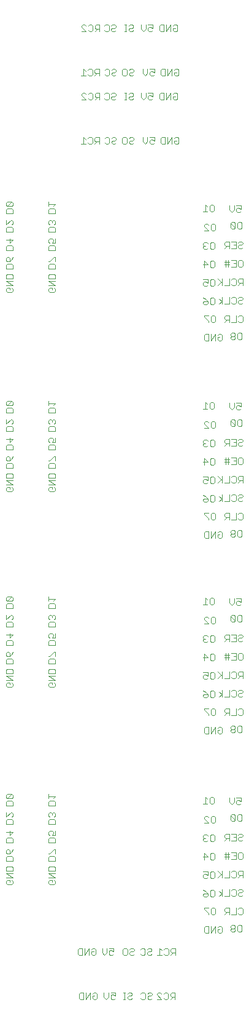
<source format=gbo>
G75*
%MOIN*%
%OFA0B0*%
%FSLAX24Y24*%
%IPPOS*%
%LPD*%
%AMOC8*
5,1,8,0,0,1.08239X$1,22.5*
%
%ADD10C,0.0030*%
D10*
X010827Y011519D02*
X010765Y011581D01*
X010765Y011704D01*
X010827Y011766D01*
X010950Y011766D01*
X010950Y011642D01*
X010827Y011519D02*
X011074Y011519D01*
X011135Y011581D01*
X011135Y011704D01*
X011074Y011766D01*
X011135Y011887D02*
X010765Y012134D01*
X011135Y012134D01*
X011135Y012256D02*
X011135Y012441D01*
X011074Y012502D01*
X010827Y012502D01*
X010765Y012441D01*
X010765Y012256D01*
X011135Y012256D01*
X011135Y011887D02*
X010765Y011887D01*
X010765Y012803D02*
X010765Y012988D01*
X010827Y013050D01*
X011074Y013050D01*
X011135Y012988D01*
X011135Y012803D01*
X010765Y012803D01*
X010827Y013171D02*
X010765Y013233D01*
X010765Y013357D01*
X010827Y013418D01*
X010889Y013418D01*
X010950Y013357D01*
X010950Y013171D01*
X010827Y013171D01*
X010950Y013171D02*
X011074Y013295D01*
X011135Y013418D01*
X011135Y013803D02*
X011135Y013988D01*
X011074Y014050D01*
X010827Y014050D01*
X010765Y013988D01*
X010765Y013803D01*
X011135Y013803D01*
X010950Y014171D02*
X010950Y014418D01*
X010765Y014357D02*
X011135Y014357D01*
X010950Y014171D01*
X010765Y014803D02*
X010765Y014988D01*
X010827Y015050D01*
X011074Y015050D01*
X011135Y014988D01*
X011135Y014803D01*
X010765Y014803D01*
X010765Y015171D02*
X011012Y015418D01*
X011074Y015418D01*
X011135Y015357D01*
X011135Y015233D01*
X011074Y015171D01*
X010765Y015171D02*
X010765Y015418D01*
X010765Y015803D02*
X010765Y015988D01*
X010827Y016050D01*
X011074Y016050D01*
X011135Y015988D01*
X011135Y015803D01*
X010765Y015803D01*
X010827Y016171D02*
X011074Y016418D01*
X010827Y016418D01*
X010765Y016357D01*
X010765Y016233D01*
X010827Y016171D01*
X011074Y016171D01*
X011135Y016233D01*
X011135Y016357D01*
X011074Y016418D01*
X013065Y016418D02*
X013065Y016171D01*
X013065Y016295D02*
X013435Y016295D01*
X013312Y016171D01*
X013374Y016050D02*
X013127Y016050D01*
X013065Y015988D01*
X013065Y015803D01*
X013435Y015803D01*
X013435Y015988D01*
X013374Y016050D01*
X013374Y015418D02*
X013312Y015418D01*
X013250Y015357D01*
X013189Y015418D01*
X013127Y015418D01*
X013065Y015357D01*
X013065Y015233D01*
X013127Y015171D01*
X013127Y015050D02*
X013374Y015050D01*
X013435Y014988D01*
X013435Y014803D01*
X013065Y014803D01*
X013065Y014988D01*
X013127Y015050D01*
X013250Y015295D02*
X013250Y015357D01*
X013374Y015418D02*
X013435Y015357D01*
X013435Y015233D01*
X013374Y015171D01*
X013435Y014418D02*
X013435Y014171D01*
X013250Y014171D01*
X013312Y014295D01*
X013312Y014357D01*
X013250Y014418D01*
X013127Y014418D01*
X013065Y014357D01*
X013065Y014233D01*
X013127Y014171D01*
X013127Y014050D02*
X013374Y014050D01*
X013435Y013988D01*
X013435Y013803D01*
X013065Y013803D01*
X013065Y013988D01*
X013127Y014050D01*
X013374Y013418D02*
X013127Y013171D01*
X013065Y013171D01*
X013127Y013050D02*
X013374Y013050D01*
X013435Y012988D01*
X013435Y012803D01*
X013065Y012803D01*
X013065Y012988D01*
X013127Y013050D01*
X013435Y013171D02*
X013435Y013418D01*
X013374Y013418D01*
X013374Y012502D02*
X013127Y012502D01*
X013065Y012441D01*
X013065Y012256D01*
X013435Y012256D01*
X013435Y012441D01*
X013374Y012502D01*
X013435Y012134D02*
X013065Y012134D01*
X013435Y011887D01*
X013065Y011887D01*
X013127Y011766D02*
X013250Y011766D01*
X013250Y011642D01*
X013127Y011519D02*
X013065Y011581D01*
X013065Y011704D01*
X013127Y011766D01*
X013374Y011766D02*
X013435Y011704D01*
X013435Y011581D01*
X013374Y011519D01*
X013127Y011519D01*
X014713Y008062D02*
X014898Y008062D01*
X014898Y007691D01*
X014713Y007691D01*
X014652Y007753D01*
X014652Y008000D01*
X014713Y008062D01*
X015020Y008062D02*
X015020Y007691D01*
X015267Y008062D01*
X015267Y007691D01*
X015388Y007753D02*
X015388Y007877D01*
X015512Y007877D01*
X015635Y008000D02*
X015635Y007753D01*
X015573Y007691D01*
X015450Y007691D01*
X015388Y007753D01*
X015388Y008000D02*
X015450Y008062D01*
X015573Y008062D01*
X015635Y008000D01*
X015980Y008062D02*
X015980Y007815D01*
X016103Y007691D01*
X016227Y007815D01*
X016227Y008062D01*
X016348Y008062D02*
X016595Y008062D01*
X016595Y007877D01*
X016472Y007938D01*
X016410Y007938D01*
X016348Y007877D01*
X016348Y007753D01*
X016410Y007691D01*
X016533Y007691D01*
X016595Y007753D01*
X017100Y007753D02*
X017100Y008000D01*
X017162Y008062D01*
X017285Y008062D01*
X017347Y008000D01*
X017347Y007753D01*
X017285Y007691D01*
X017162Y007691D01*
X017100Y007753D01*
X017468Y007753D02*
X017530Y007691D01*
X017653Y007691D01*
X017715Y007753D01*
X017653Y007877D02*
X017530Y007877D01*
X017468Y007815D01*
X017468Y007753D01*
X017653Y007877D02*
X017715Y007938D01*
X017715Y008000D01*
X017653Y008062D01*
X017530Y008062D01*
X017468Y008000D01*
X018060Y008000D02*
X018122Y008062D01*
X018245Y008062D01*
X018307Y008000D01*
X018307Y007753D01*
X018245Y007691D01*
X018122Y007691D01*
X018060Y007753D01*
X018428Y007753D02*
X018490Y007691D01*
X018613Y007691D01*
X018675Y007753D01*
X018613Y007877D02*
X018490Y007877D01*
X018428Y007815D01*
X018428Y007753D01*
X018613Y007877D02*
X018675Y007938D01*
X018675Y008000D01*
X018613Y008062D01*
X018490Y008062D01*
X018428Y008000D01*
X018972Y007691D02*
X019218Y007691D01*
X019095Y007691D02*
X019095Y008062D01*
X019218Y007938D01*
X019340Y008000D02*
X019402Y008062D01*
X019525Y008062D01*
X019587Y008000D01*
X019587Y007753D01*
X019525Y007691D01*
X019402Y007691D01*
X019340Y007753D01*
X019708Y007691D02*
X019832Y007815D01*
X019770Y007815D02*
X019955Y007815D01*
X019955Y007691D02*
X019955Y008062D01*
X019770Y008062D01*
X019708Y008000D01*
X019708Y007877D01*
X019770Y007815D01*
X019755Y005662D02*
X019693Y005600D01*
X019693Y005477D01*
X019755Y005415D01*
X019940Y005415D01*
X019817Y005415D02*
X019693Y005291D01*
X019572Y005353D02*
X019510Y005291D01*
X019387Y005291D01*
X019325Y005353D01*
X019203Y005291D02*
X018957Y005538D01*
X018957Y005600D01*
X019018Y005662D01*
X019142Y005662D01*
X019203Y005600D01*
X019325Y005600D02*
X019387Y005662D01*
X019510Y005662D01*
X019572Y005600D01*
X019572Y005353D01*
X019755Y005662D02*
X019940Y005662D01*
X019940Y005291D01*
X019203Y005291D02*
X018957Y005291D01*
X018692Y005353D02*
X018630Y005291D01*
X018507Y005291D01*
X018445Y005353D01*
X018445Y005415D01*
X018507Y005477D01*
X018630Y005477D01*
X018692Y005538D01*
X018692Y005600D01*
X018630Y005662D01*
X018507Y005662D01*
X018445Y005600D01*
X018323Y005600D02*
X018323Y005353D01*
X018262Y005291D01*
X018138Y005291D01*
X018077Y005353D01*
X018077Y005600D02*
X018138Y005662D01*
X018262Y005662D01*
X018323Y005600D01*
X017609Y005600D02*
X017609Y005538D01*
X017547Y005477D01*
X017424Y005477D01*
X017362Y005415D01*
X017362Y005353D01*
X017424Y005291D01*
X017547Y005291D01*
X017609Y005353D01*
X017609Y005600D02*
X017547Y005662D01*
X017424Y005662D01*
X017362Y005600D01*
X017241Y005662D02*
X017117Y005662D01*
X017179Y005662D02*
X017179Y005291D01*
X017241Y005291D02*
X017117Y005291D01*
X016692Y005353D02*
X016630Y005291D01*
X016507Y005291D01*
X016445Y005353D01*
X016445Y005477D01*
X016507Y005538D01*
X016568Y005538D01*
X016692Y005477D01*
X016692Y005662D01*
X016445Y005662D01*
X016323Y005662D02*
X016323Y005415D01*
X016200Y005291D01*
X016077Y005415D01*
X016077Y005662D01*
X015700Y005600D02*
X015700Y005353D01*
X015638Y005291D01*
X015515Y005291D01*
X015453Y005353D01*
X015453Y005477D01*
X015577Y005477D01*
X015700Y005600D02*
X015638Y005662D01*
X015515Y005662D01*
X015453Y005600D01*
X015332Y005662D02*
X015085Y005291D01*
X015085Y005662D01*
X014963Y005662D02*
X014778Y005662D01*
X014717Y005600D01*
X014717Y005353D01*
X014778Y005291D01*
X014963Y005291D01*
X014963Y005662D01*
X015332Y005662D02*
X015332Y005291D01*
X021517Y008953D02*
X021517Y009200D01*
X021578Y009262D01*
X021763Y009262D01*
X021763Y008891D01*
X021578Y008891D01*
X021517Y008953D01*
X021885Y008891D02*
X021885Y009262D01*
X022132Y009262D02*
X021885Y008891D01*
X022132Y008891D02*
X022132Y009262D01*
X022253Y009200D02*
X022315Y009262D01*
X022438Y009262D01*
X022500Y009200D01*
X022500Y008953D01*
X022438Y008891D01*
X022315Y008891D01*
X022253Y008953D01*
X022253Y009077D01*
X022377Y009077D01*
X022960Y009075D02*
X022960Y009013D01*
X023022Y008951D01*
X023145Y008951D01*
X023207Y009013D01*
X023207Y009075D01*
X023145Y009137D01*
X023022Y009137D01*
X022960Y009075D01*
X023022Y009137D02*
X022960Y009198D01*
X022960Y009260D01*
X023022Y009322D01*
X023145Y009322D01*
X023207Y009260D01*
X023207Y009198D01*
X023145Y009137D01*
X023328Y009260D02*
X023390Y009322D01*
X023513Y009322D01*
X023575Y009260D01*
X023575Y009013D01*
X023513Y008951D01*
X023390Y008951D01*
X023328Y009013D01*
X023328Y009260D01*
X023247Y009891D02*
X023000Y009891D01*
X022878Y009891D02*
X022878Y010262D01*
X022693Y010262D01*
X022632Y010200D01*
X022632Y010077D01*
X022693Y010015D01*
X022878Y010015D01*
X022755Y010015D02*
X022632Y009891D01*
X023247Y009891D02*
X023247Y010262D01*
X023368Y010200D02*
X023430Y010262D01*
X023553Y010262D01*
X023615Y010200D01*
X023615Y009953D01*
X023553Y009891D01*
X023430Y009891D01*
X023368Y009953D01*
X023430Y010891D02*
X023368Y010953D01*
X023368Y011015D01*
X023430Y011077D01*
X023553Y011077D01*
X023615Y011138D01*
X023615Y011200D01*
X023553Y011262D01*
X023430Y011262D01*
X023368Y011200D01*
X023247Y011200D02*
X023247Y010953D01*
X023185Y010891D01*
X023062Y010891D01*
X023000Y010953D01*
X022878Y010891D02*
X022632Y010891D01*
X022510Y010891D02*
X022510Y011262D01*
X022325Y011138D02*
X022510Y011015D01*
X022325Y010891D01*
X022092Y010913D02*
X022030Y010851D01*
X021907Y010851D01*
X021845Y010913D01*
X021845Y011160D01*
X021907Y011222D01*
X022030Y011222D01*
X022092Y011160D01*
X022092Y010913D01*
X021723Y010913D02*
X021662Y010851D01*
X021538Y010851D01*
X021477Y010913D01*
X021477Y010975D01*
X021538Y011037D01*
X021723Y011037D01*
X021723Y010913D01*
X021723Y011037D02*
X021600Y011160D01*
X021477Y011222D01*
X021538Y011851D02*
X021662Y011851D01*
X021723Y011913D01*
X021845Y011913D02*
X021845Y012160D01*
X021907Y012222D01*
X022030Y012222D01*
X022092Y012160D01*
X022092Y011913D01*
X022030Y011851D01*
X021907Y011851D01*
X021845Y011913D01*
X021723Y012037D02*
X021600Y012098D01*
X021538Y012098D01*
X021477Y012037D01*
X021477Y011913D01*
X021538Y011851D01*
X021723Y012037D02*
X021723Y012222D01*
X021477Y012222D01*
X021538Y012851D02*
X021538Y013222D01*
X021723Y013037D01*
X021477Y013037D01*
X021845Y013160D02*
X021907Y013222D01*
X022030Y013222D01*
X022092Y013160D01*
X022092Y012913D01*
X022030Y012851D01*
X021907Y012851D01*
X021845Y012913D01*
X021845Y013160D01*
X021907Y013851D02*
X021845Y013913D01*
X021845Y014160D01*
X021907Y014222D01*
X022030Y014222D01*
X022092Y014160D01*
X022092Y013913D01*
X022030Y013851D01*
X021907Y013851D01*
X021723Y013913D02*
X021662Y013851D01*
X021538Y013851D01*
X021477Y013913D01*
X021477Y013975D01*
X021538Y014037D01*
X021600Y014037D01*
X021538Y014037D02*
X021477Y014098D01*
X021477Y014160D01*
X021538Y014222D01*
X021662Y014222D01*
X021723Y014160D01*
X021763Y014851D02*
X021517Y015098D01*
X021517Y015160D01*
X021578Y015222D01*
X021702Y015222D01*
X021763Y015160D01*
X021885Y015160D02*
X021947Y015222D01*
X022070Y015222D01*
X022132Y015160D01*
X022132Y014913D01*
X022070Y014851D01*
X021947Y014851D01*
X021885Y014913D01*
X021885Y015160D01*
X021763Y014851D02*
X021517Y014851D01*
X021457Y015891D02*
X021703Y015891D01*
X021580Y015891D02*
X021580Y016262D01*
X021703Y016138D01*
X021825Y016200D02*
X021887Y016262D01*
X022010Y016262D01*
X022072Y016200D01*
X022072Y015953D01*
X022010Y015891D01*
X021887Y015891D01*
X021825Y015953D01*
X021825Y016200D01*
X022900Y016222D02*
X022900Y015975D01*
X023023Y015851D01*
X023147Y015975D01*
X023147Y016222D01*
X023268Y016222D02*
X023515Y016222D01*
X023515Y016037D01*
X023392Y016098D01*
X023330Y016098D01*
X023268Y016037D01*
X023268Y015913D01*
X023330Y015851D01*
X023453Y015851D01*
X023515Y015913D01*
X023513Y015322D02*
X023390Y015322D01*
X023328Y015260D01*
X023328Y015013D01*
X023390Y014951D01*
X023513Y014951D01*
X023575Y015013D01*
X023575Y015260D01*
X023513Y015322D01*
X023207Y015260D02*
X023207Y015013D01*
X022960Y015260D01*
X022960Y015013D01*
X023022Y014951D01*
X023145Y014951D01*
X023207Y015013D01*
X023207Y015260D02*
X023145Y015322D01*
X023022Y015322D01*
X022960Y015260D01*
X023000Y014262D02*
X023247Y014262D01*
X023247Y013891D01*
X023000Y013891D01*
X022878Y013891D02*
X022878Y014262D01*
X022693Y014262D01*
X022632Y014200D01*
X022632Y014077D01*
X022693Y014015D01*
X022878Y014015D01*
X022755Y014015D02*
X022632Y013891D01*
X023123Y014077D02*
X023247Y014077D01*
X023368Y014015D02*
X023368Y013953D01*
X023430Y013891D01*
X023553Y013891D01*
X023615Y013953D01*
X023553Y014077D02*
X023430Y014077D01*
X023368Y014015D01*
X023368Y014200D02*
X023430Y014262D01*
X023553Y014262D01*
X023615Y014200D01*
X023615Y014138D01*
X023553Y014077D01*
X023553Y013262D02*
X023615Y013200D01*
X023615Y012953D01*
X023553Y012891D01*
X023430Y012891D01*
X023368Y012953D01*
X023368Y013200D01*
X023430Y013262D01*
X023553Y013262D01*
X023247Y013262D02*
X023247Y012891D01*
X023000Y012891D01*
X022878Y013015D02*
X022632Y013015D01*
X022632Y013138D02*
X022693Y013138D01*
X022878Y013138D01*
X022817Y013262D02*
X022817Y012891D01*
X022693Y012891D02*
X022693Y013262D01*
X023000Y013262D02*
X023247Y013262D01*
X023247Y013077D02*
X023123Y013077D01*
X023062Y012262D02*
X023000Y012200D01*
X023062Y012262D02*
X023185Y012262D01*
X023247Y012200D01*
X023247Y011953D01*
X023185Y011891D01*
X023062Y011891D01*
X023000Y011953D01*
X022878Y011891D02*
X022632Y011891D01*
X022510Y011891D02*
X022510Y012262D01*
X022448Y012077D02*
X022263Y011891D01*
X022510Y012015D02*
X022263Y012262D01*
X022878Y012262D02*
X022878Y011891D01*
X023368Y011891D02*
X023492Y012015D01*
X023430Y012015D02*
X023615Y012015D01*
X023615Y011891D02*
X023615Y012262D01*
X023430Y012262D01*
X023368Y012200D01*
X023368Y012077D01*
X023430Y012015D01*
X023185Y011262D02*
X023247Y011200D01*
X023185Y011262D02*
X023062Y011262D01*
X023000Y011200D01*
X022878Y011262D02*
X022878Y010891D01*
X023430Y010891D02*
X023553Y010891D01*
X023615Y010953D01*
X022132Y010200D02*
X022132Y009953D01*
X022070Y009891D01*
X021947Y009891D01*
X021885Y009953D01*
X021885Y010200D01*
X021947Y010262D01*
X022070Y010262D01*
X022132Y010200D01*
X021763Y010262D02*
X021517Y010262D01*
X021517Y010200D01*
X021763Y009953D01*
X021763Y009891D01*
X021763Y019691D02*
X021578Y019691D01*
X021517Y019753D01*
X021517Y020000D01*
X021578Y020062D01*
X021763Y020062D01*
X021763Y019691D01*
X021885Y019691D02*
X021885Y020062D01*
X022132Y020062D02*
X021885Y019691D01*
X022132Y019691D02*
X022132Y020062D01*
X022253Y020000D02*
X022315Y020062D01*
X022438Y020062D01*
X022500Y020000D01*
X022500Y019753D01*
X022438Y019691D01*
X022315Y019691D01*
X022253Y019753D01*
X022253Y019877D01*
X022377Y019877D01*
X022960Y019875D02*
X022960Y019813D01*
X023022Y019751D01*
X023145Y019751D01*
X023207Y019813D01*
X023207Y019875D01*
X023145Y019937D01*
X023022Y019937D01*
X022960Y019875D01*
X023022Y019937D02*
X022960Y019998D01*
X022960Y020060D01*
X023022Y020122D01*
X023145Y020122D01*
X023207Y020060D01*
X023207Y019998D01*
X023145Y019937D01*
X023328Y020060D02*
X023390Y020122D01*
X023513Y020122D01*
X023575Y020060D01*
X023575Y019813D01*
X023513Y019751D01*
X023390Y019751D01*
X023328Y019813D01*
X023328Y020060D01*
X023247Y020691D02*
X023000Y020691D01*
X022878Y020691D02*
X022878Y021062D01*
X022693Y021062D01*
X022632Y021000D01*
X022632Y020877D01*
X022693Y020815D01*
X022878Y020815D01*
X022755Y020815D02*
X022632Y020691D01*
X023247Y020691D02*
X023247Y021062D01*
X023368Y021000D02*
X023430Y021062D01*
X023553Y021062D01*
X023615Y021000D01*
X023615Y020753D01*
X023553Y020691D01*
X023430Y020691D01*
X023368Y020753D01*
X023430Y021691D02*
X023368Y021753D01*
X023368Y021815D01*
X023430Y021877D01*
X023553Y021877D01*
X023615Y021938D01*
X023615Y022000D01*
X023553Y022062D01*
X023430Y022062D01*
X023368Y022000D01*
X023247Y022000D02*
X023247Y021753D01*
X023185Y021691D01*
X023062Y021691D01*
X023000Y021753D01*
X022878Y021691D02*
X022632Y021691D01*
X022510Y021691D02*
X022510Y022062D01*
X022325Y021938D02*
X022510Y021815D01*
X022325Y021691D01*
X022092Y021713D02*
X022030Y021651D01*
X021907Y021651D01*
X021845Y021713D01*
X021845Y021960D01*
X021907Y022022D01*
X022030Y022022D01*
X022092Y021960D01*
X022092Y021713D01*
X021723Y021713D02*
X021662Y021651D01*
X021538Y021651D01*
X021477Y021713D01*
X021477Y021775D01*
X021538Y021837D01*
X021723Y021837D01*
X021723Y021713D01*
X021723Y021837D02*
X021600Y021960D01*
X021477Y022022D01*
X021538Y022651D02*
X021662Y022651D01*
X021723Y022713D01*
X021845Y022713D02*
X021845Y022960D01*
X021907Y023022D01*
X022030Y023022D01*
X022092Y022960D01*
X022092Y022713D01*
X022030Y022651D01*
X021907Y022651D01*
X021845Y022713D01*
X021723Y022837D02*
X021600Y022898D01*
X021538Y022898D01*
X021477Y022837D01*
X021477Y022713D01*
X021538Y022651D01*
X021723Y022837D02*
X021723Y023022D01*
X021477Y023022D01*
X021538Y023651D02*
X021538Y024022D01*
X021723Y023837D01*
X021477Y023837D01*
X021845Y023960D02*
X021907Y024022D01*
X022030Y024022D01*
X022092Y023960D01*
X022092Y023713D01*
X022030Y023651D01*
X021907Y023651D01*
X021845Y023713D01*
X021845Y023960D01*
X021907Y024651D02*
X021845Y024713D01*
X021845Y024960D01*
X021907Y025022D01*
X022030Y025022D01*
X022092Y024960D01*
X022092Y024713D01*
X022030Y024651D01*
X021907Y024651D01*
X021723Y024713D02*
X021662Y024651D01*
X021538Y024651D01*
X021477Y024713D01*
X021477Y024775D01*
X021538Y024837D01*
X021600Y024837D01*
X021538Y024837D02*
X021477Y024898D01*
X021477Y024960D01*
X021538Y025022D01*
X021662Y025022D01*
X021723Y024960D01*
X021763Y025651D02*
X021517Y025898D01*
X021517Y025960D01*
X021578Y026022D01*
X021702Y026022D01*
X021763Y025960D01*
X021885Y025960D02*
X021885Y025713D01*
X021947Y025651D01*
X022070Y025651D01*
X022132Y025713D01*
X022132Y025960D01*
X022070Y026022D01*
X021947Y026022D01*
X021885Y025960D01*
X021763Y025651D02*
X021517Y025651D01*
X021457Y026691D02*
X021703Y026691D01*
X021580Y026691D02*
X021580Y027062D01*
X021703Y026938D01*
X021825Y027000D02*
X021887Y027062D01*
X022010Y027062D01*
X022072Y027000D01*
X022072Y026753D01*
X022010Y026691D01*
X021887Y026691D01*
X021825Y026753D01*
X021825Y027000D01*
X022900Y027022D02*
X022900Y026775D01*
X023023Y026651D01*
X023147Y026775D01*
X023147Y027022D01*
X023268Y027022D02*
X023515Y027022D01*
X023515Y026837D01*
X023392Y026898D01*
X023330Y026898D01*
X023268Y026837D01*
X023268Y026713D01*
X023330Y026651D01*
X023453Y026651D01*
X023515Y026713D01*
X023513Y026122D02*
X023390Y026122D01*
X023328Y026060D01*
X023328Y025813D01*
X023390Y025751D01*
X023513Y025751D01*
X023575Y025813D01*
X023575Y026060D01*
X023513Y026122D01*
X023207Y026060D02*
X023207Y025813D01*
X022960Y026060D01*
X022960Y025813D01*
X023022Y025751D01*
X023145Y025751D01*
X023207Y025813D01*
X023207Y026060D02*
X023145Y026122D01*
X023022Y026122D01*
X022960Y026060D01*
X023000Y025062D02*
X023247Y025062D01*
X023247Y024691D01*
X023000Y024691D01*
X022878Y024691D02*
X022878Y025062D01*
X022693Y025062D01*
X022632Y025000D01*
X022632Y024877D01*
X022693Y024815D01*
X022878Y024815D01*
X022755Y024815D02*
X022632Y024691D01*
X023123Y024877D02*
X023247Y024877D01*
X023368Y024815D02*
X023368Y024753D01*
X023430Y024691D01*
X023553Y024691D01*
X023615Y024753D01*
X023553Y024877D02*
X023430Y024877D01*
X023368Y024815D01*
X023368Y025000D02*
X023430Y025062D01*
X023553Y025062D01*
X023615Y025000D01*
X023615Y024938D01*
X023553Y024877D01*
X023553Y024062D02*
X023615Y024000D01*
X023615Y023753D01*
X023553Y023691D01*
X023430Y023691D01*
X023368Y023753D01*
X023368Y024000D01*
X023430Y024062D01*
X023553Y024062D01*
X023247Y024062D02*
X023247Y023691D01*
X023000Y023691D01*
X022878Y023815D02*
X022632Y023815D01*
X022632Y023938D02*
X022693Y023938D01*
X022878Y023938D01*
X022817Y024062D02*
X022817Y023691D01*
X022693Y023691D02*
X022693Y024062D01*
X023000Y024062D02*
X023247Y024062D01*
X023247Y023877D02*
X023123Y023877D01*
X023062Y023062D02*
X023000Y023000D01*
X023062Y023062D02*
X023185Y023062D01*
X023247Y023000D01*
X023247Y022753D01*
X023185Y022691D01*
X023062Y022691D01*
X023000Y022753D01*
X022878Y022691D02*
X022632Y022691D01*
X022510Y022691D02*
X022510Y023062D01*
X022448Y022877D02*
X022263Y022691D01*
X022510Y022815D02*
X022263Y023062D01*
X022878Y023062D02*
X022878Y022691D01*
X023368Y022691D02*
X023492Y022815D01*
X023430Y022815D02*
X023615Y022815D01*
X023615Y022691D02*
X023615Y023062D01*
X023430Y023062D01*
X023368Y023000D01*
X023368Y022877D01*
X023430Y022815D01*
X023185Y022062D02*
X023247Y022000D01*
X023185Y022062D02*
X023062Y022062D01*
X023000Y022000D01*
X022878Y022062D02*
X022878Y021691D01*
X023430Y021691D02*
X023553Y021691D01*
X023615Y021753D01*
X022132Y021000D02*
X022132Y020753D01*
X022070Y020691D01*
X021947Y020691D01*
X021885Y020753D01*
X021885Y021000D01*
X021947Y021062D01*
X022070Y021062D01*
X022132Y021000D01*
X021763Y021062D02*
X021517Y021062D01*
X021517Y021000D01*
X021763Y020753D01*
X021763Y020691D01*
X021763Y030291D02*
X021578Y030291D01*
X021517Y030353D01*
X021517Y030600D01*
X021578Y030662D01*
X021763Y030662D01*
X021763Y030291D01*
X021885Y030291D02*
X021885Y030662D01*
X022132Y030662D02*
X021885Y030291D01*
X022132Y030291D02*
X022132Y030662D01*
X022253Y030600D02*
X022315Y030662D01*
X022438Y030662D01*
X022500Y030600D01*
X022500Y030353D01*
X022438Y030291D01*
X022315Y030291D01*
X022253Y030353D01*
X022253Y030477D01*
X022377Y030477D01*
X022960Y030475D02*
X022960Y030413D01*
X023022Y030351D01*
X023145Y030351D01*
X023207Y030413D01*
X023207Y030475D01*
X023145Y030537D01*
X023022Y030537D01*
X022960Y030475D01*
X023022Y030537D02*
X022960Y030598D01*
X022960Y030660D01*
X023022Y030722D01*
X023145Y030722D01*
X023207Y030660D01*
X023207Y030598D01*
X023145Y030537D01*
X023328Y030660D02*
X023390Y030722D01*
X023513Y030722D01*
X023575Y030660D01*
X023575Y030413D01*
X023513Y030351D01*
X023390Y030351D01*
X023328Y030413D01*
X023328Y030660D01*
X023247Y031291D02*
X023000Y031291D01*
X022878Y031291D02*
X022878Y031662D01*
X022693Y031662D01*
X022632Y031600D01*
X022632Y031477D01*
X022693Y031415D01*
X022878Y031415D01*
X022755Y031415D02*
X022632Y031291D01*
X023247Y031291D02*
X023247Y031662D01*
X023368Y031600D02*
X023430Y031662D01*
X023553Y031662D01*
X023615Y031600D01*
X023615Y031353D01*
X023553Y031291D01*
X023430Y031291D01*
X023368Y031353D01*
X023430Y032291D02*
X023368Y032353D01*
X023368Y032415D01*
X023430Y032477D01*
X023553Y032477D01*
X023615Y032538D01*
X023615Y032600D01*
X023553Y032662D01*
X023430Y032662D01*
X023368Y032600D01*
X023247Y032600D02*
X023247Y032353D01*
X023185Y032291D01*
X023062Y032291D01*
X023000Y032353D01*
X022878Y032291D02*
X022632Y032291D01*
X022510Y032291D02*
X022510Y032662D01*
X022325Y032538D02*
X022510Y032415D01*
X022325Y032291D01*
X022092Y032313D02*
X022030Y032251D01*
X021907Y032251D01*
X021845Y032313D01*
X021845Y032560D01*
X021907Y032622D01*
X022030Y032622D01*
X022092Y032560D01*
X022092Y032313D01*
X021723Y032313D02*
X021662Y032251D01*
X021538Y032251D01*
X021477Y032313D01*
X021477Y032375D01*
X021538Y032437D01*
X021723Y032437D01*
X021723Y032313D01*
X021723Y032437D02*
X021600Y032560D01*
X021477Y032622D01*
X021538Y033251D02*
X021662Y033251D01*
X021723Y033313D01*
X021845Y033313D02*
X021845Y033560D01*
X021907Y033622D01*
X022030Y033622D01*
X022092Y033560D01*
X022092Y033313D01*
X022030Y033251D01*
X021907Y033251D01*
X021845Y033313D01*
X021723Y033437D02*
X021723Y033622D01*
X021477Y033622D01*
X021538Y033498D02*
X021477Y033437D01*
X021477Y033313D01*
X021538Y033251D01*
X021538Y033498D02*
X021600Y033498D01*
X021723Y033437D01*
X022263Y033291D02*
X022448Y033477D01*
X022510Y033415D02*
X022263Y033662D01*
X022510Y033662D02*
X022510Y033291D01*
X022632Y033291D02*
X022878Y033291D01*
X022878Y033662D01*
X023000Y033600D02*
X023062Y033662D01*
X023185Y033662D01*
X023247Y033600D01*
X023247Y033353D01*
X023185Y033291D01*
X023062Y033291D01*
X023000Y033353D01*
X023368Y033291D02*
X023492Y033415D01*
X023430Y033415D02*
X023615Y033415D01*
X023615Y033291D02*
X023615Y033662D01*
X023430Y033662D01*
X023368Y033600D01*
X023368Y033477D01*
X023430Y033415D01*
X023185Y032662D02*
X023247Y032600D01*
X023185Y032662D02*
X023062Y032662D01*
X023000Y032600D01*
X022878Y032662D02*
X022878Y032291D01*
X023430Y032291D02*
X023553Y032291D01*
X023615Y032353D01*
X023553Y034291D02*
X023430Y034291D01*
X023368Y034353D01*
X023368Y034600D01*
X023430Y034662D01*
X023553Y034662D01*
X023615Y034600D01*
X023615Y034353D01*
X023553Y034291D01*
X023247Y034291D02*
X023000Y034291D01*
X022878Y034415D02*
X022632Y034415D01*
X022632Y034538D02*
X022693Y034538D01*
X022878Y034538D01*
X022817Y034662D02*
X022817Y034291D01*
X022693Y034291D02*
X022693Y034662D01*
X023000Y034662D02*
X023247Y034662D01*
X023247Y034291D01*
X023247Y034477D02*
X023123Y034477D01*
X023247Y035291D02*
X023000Y035291D01*
X022878Y035291D02*
X022878Y035662D01*
X022693Y035662D01*
X022632Y035600D01*
X022632Y035477D01*
X022693Y035415D01*
X022878Y035415D01*
X022755Y035415D02*
X022632Y035291D01*
X023000Y035662D02*
X023247Y035662D01*
X023247Y035291D01*
X023368Y035353D02*
X023430Y035291D01*
X023553Y035291D01*
X023615Y035353D01*
X023553Y035477D02*
X023430Y035477D01*
X023368Y035415D01*
X023368Y035353D01*
X023247Y035477D02*
X023123Y035477D01*
X023368Y035600D02*
X023430Y035662D01*
X023553Y035662D01*
X023615Y035600D01*
X023615Y035538D01*
X023553Y035477D01*
X023513Y036351D02*
X023390Y036351D01*
X023328Y036413D01*
X023328Y036660D01*
X023390Y036722D01*
X023513Y036722D01*
X023575Y036660D01*
X023575Y036413D01*
X023513Y036351D01*
X023207Y036413D02*
X022960Y036660D01*
X022960Y036413D01*
X023022Y036351D01*
X023145Y036351D01*
X023207Y036413D01*
X023207Y036660D01*
X023145Y036722D01*
X023022Y036722D01*
X022960Y036660D01*
X023023Y037251D02*
X022900Y037375D01*
X022900Y037622D01*
X023147Y037622D02*
X023147Y037375D01*
X023023Y037251D01*
X023268Y037313D02*
X023330Y037251D01*
X023453Y037251D01*
X023515Y037313D01*
X023515Y037437D02*
X023392Y037498D01*
X023330Y037498D01*
X023268Y037437D01*
X023268Y037313D01*
X023515Y037437D02*
X023515Y037622D01*
X023268Y037622D01*
X022072Y037600D02*
X022072Y037353D01*
X022010Y037291D01*
X021887Y037291D01*
X021825Y037353D01*
X021825Y037600D01*
X021887Y037662D01*
X022010Y037662D01*
X022072Y037600D01*
X021703Y037538D02*
X021580Y037662D01*
X021580Y037291D01*
X021703Y037291D02*
X021457Y037291D01*
X021578Y036622D02*
X021702Y036622D01*
X021763Y036560D01*
X021885Y036560D02*
X021947Y036622D01*
X022070Y036622D01*
X022132Y036560D01*
X022132Y036313D01*
X022070Y036251D01*
X021947Y036251D01*
X021885Y036313D01*
X021885Y036560D01*
X021578Y036622D02*
X021517Y036560D01*
X021517Y036498D01*
X021763Y036251D01*
X021517Y036251D01*
X021538Y035622D02*
X021477Y035560D01*
X021477Y035498D01*
X021538Y035437D01*
X021477Y035375D01*
X021477Y035313D01*
X021538Y035251D01*
X021662Y035251D01*
X021723Y035313D01*
X021845Y035313D02*
X021845Y035560D01*
X021907Y035622D01*
X022030Y035622D01*
X022092Y035560D01*
X022092Y035313D01*
X022030Y035251D01*
X021907Y035251D01*
X021845Y035313D01*
X021600Y035437D02*
X021538Y035437D01*
X021538Y035622D02*
X021662Y035622D01*
X021723Y035560D01*
X021907Y034622D02*
X021845Y034560D01*
X021845Y034313D01*
X021907Y034251D01*
X022030Y034251D01*
X022092Y034313D01*
X022092Y034560D01*
X022030Y034622D01*
X021907Y034622D01*
X021723Y034437D02*
X021477Y034437D01*
X021538Y034622D02*
X021723Y034437D01*
X021538Y034622D02*
X021538Y034251D01*
X021517Y031662D02*
X021517Y031600D01*
X021763Y031353D01*
X021763Y031291D01*
X021885Y031353D02*
X021885Y031600D01*
X021947Y031662D01*
X022070Y031662D01*
X022132Y031600D01*
X022132Y031353D01*
X022070Y031291D01*
X021947Y031291D01*
X021885Y031353D01*
X021763Y031662D02*
X021517Y031662D01*
X021578Y040991D02*
X021517Y041053D01*
X021517Y041300D01*
X021578Y041362D01*
X021763Y041362D01*
X021763Y040991D01*
X021578Y040991D01*
X021885Y040991D02*
X021885Y041362D01*
X022132Y041362D02*
X021885Y040991D01*
X022132Y040991D02*
X022132Y041362D01*
X022253Y041300D02*
X022315Y041362D01*
X022438Y041362D01*
X022500Y041300D01*
X022500Y041053D01*
X022438Y040991D01*
X022315Y040991D01*
X022253Y041053D01*
X022253Y041177D01*
X022377Y041177D01*
X022960Y041175D02*
X022960Y041113D01*
X023022Y041051D01*
X023145Y041051D01*
X023207Y041113D01*
X023207Y041175D01*
X023145Y041237D01*
X023022Y041237D01*
X022960Y041175D01*
X023022Y041237D02*
X022960Y041298D01*
X022960Y041360D01*
X023022Y041422D01*
X023145Y041422D01*
X023207Y041360D01*
X023207Y041298D01*
X023145Y041237D01*
X023328Y041360D02*
X023390Y041422D01*
X023513Y041422D01*
X023575Y041360D01*
X023575Y041113D01*
X023513Y041051D01*
X023390Y041051D01*
X023328Y041113D01*
X023328Y041360D01*
X023247Y041991D02*
X023000Y041991D01*
X022878Y041991D02*
X022878Y042362D01*
X022693Y042362D01*
X022632Y042300D01*
X022632Y042177D01*
X022693Y042115D01*
X022878Y042115D01*
X022755Y042115D02*
X022632Y041991D01*
X023247Y041991D02*
X023247Y042362D01*
X023368Y042300D02*
X023430Y042362D01*
X023553Y042362D01*
X023615Y042300D01*
X023615Y042053D01*
X023553Y041991D01*
X023430Y041991D01*
X023368Y042053D01*
X023430Y042991D02*
X023553Y042991D01*
X023615Y043053D01*
X023553Y043177D02*
X023430Y043177D01*
X023368Y043115D01*
X023368Y043053D01*
X023430Y042991D01*
X023247Y043053D02*
X023185Y042991D01*
X023062Y042991D01*
X023000Y043053D01*
X022878Y042991D02*
X022878Y043362D01*
X023000Y043300D02*
X023062Y043362D01*
X023185Y043362D01*
X023247Y043300D01*
X023247Y043053D01*
X023368Y043300D02*
X023430Y043362D01*
X023553Y043362D01*
X023615Y043300D01*
X023615Y043238D01*
X023553Y043177D01*
X023615Y043991D02*
X023615Y044362D01*
X023430Y044362D01*
X023368Y044300D01*
X023368Y044177D01*
X023430Y044115D01*
X023615Y044115D01*
X023492Y044115D02*
X023368Y043991D01*
X023247Y044053D02*
X023185Y043991D01*
X023062Y043991D01*
X023000Y044053D01*
X022878Y043991D02*
X022632Y043991D01*
X022510Y043991D02*
X022510Y044362D01*
X022448Y044177D02*
X022263Y043991D01*
X022092Y044013D02*
X022030Y043951D01*
X021907Y043951D01*
X021845Y044013D01*
X021845Y044260D01*
X021907Y044322D01*
X022030Y044322D01*
X022092Y044260D01*
X022092Y044013D01*
X021723Y044013D02*
X021662Y043951D01*
X021538Y043951D01*
X021477Y044013D01*
X021477Y044137D01*
X021538Y044198D01*
X021600Y044198D01*
X021723Y044137D01*
X021723Y044322D01*
X021477Y044322D01*
X021538Y044951D02*
X021538Y045322D01*
X021723Y045137D01*
X021477Y045137D01*
X021845Y045260D02*
X021907Y045322D01*
X022030Y045322D01*
X022092Y045260D01*
X022092Y045013D01*
X022030Y044951D01*
X021907Y044951D01*
X021845Y045013D01*
X021845Y045260D01*
X021907Y045951D02*
X021845Y046013D01*
X021845Y046260D01*
X021907Y046322D01*
X022030Y046322D01*
X022092Y046260D01*
X022092Y046013D01*
X022030Y045951D01*
X021907Y045951D01*
X021723Y046013D02*
X021662Y045951D01*
X021538Y045951D01*
X021477Y046013D01*
X021477Y046075D01*
X021538Y046137D01*
X021600Y046137D01*
X021538Y046137D02*
X021477Y046198D01*
X021477Y046260D01*
X021538Y046322D01*
X021662Y046322D01*
X021723Y046260D01*
X021763Y046951D02*
X021517Y047198D01*
X021517Y047260D01*
X021578Y047322D01*
X021702Y047322D01*
X021763Y047260D01*
X021885Y047260D02*
X021947Y047322D01*
X022070Y047322D01*
X022132Y047260D01*
X022132Y047013D01*
X022070Y046951D01*
X021947Y046951D01*
X021885Y047013D01*
X021885Y047260D01*
X021763Y046951D02*
X021517Y046951D01*
X021457Y047991D02*
X021703Y047991D01*
X021580Y047991D02*
X021580Y048362D01*
X021703Y048238D01*
X021825Y048300D02*
X021825Y048053D01*
X021887Y047991D01*
X022010Y047991D01*
X022072Y048053D01*
X022072Y048300D01*
X022010Y048362D01*
X021887Y048362D01*
X021825Y048300D01*
X022900Y048322D02*
X022900Y048075D01*
X023023Y047951D01*
X023147Y048075D01*
X023147Y048322D01*
X023268Y048322D02*
X023515Y048322D01*
X023515Y048137D01*
X023392Y048198D01*
X023330Y048198D01*
X023268Y048137D01*
X023268Y048013D01*
X023330Y047951D01*
X023453Y047951D01*
X023515Y048013D01*
X023513Y047422D02*
X023390Y047422D01*
X023328Y047360D01*
X023328Y047113D01*
X023390Y047051D01*
X023513Y047051D01*
X023575Y047113D01*
X023575Y047360D01*
X023513Y047422D01*
X023207Y047360D02*
X023145Y047422D01*
X023022Y047422D01*
X022960Y047360D01*
X023207Y047113D01*
X023145Y047051D01*
X023022Y047051D01*
X022960Y047113D01*
X022960Y047360D01*
X023207Y047360D02*
X023207Y047113D01*
X023247Y046362D02*
X023000Y046362D01*
X022878Y046362D02*
X022693Y046362D01*
X022632Y046300D01*
X022632Y046177D01*
X022693Y046115D01*
X022878Y046115D01*
X022755Y046115D02*
X022632Y045991D01*
X022878Y045991D02*
X022878Y046362D01*
X023123Y046177D02*
X023247Y046177D01*
X023368Y046115D02*
X023368Y046053D01*
X023430Y045991D01*
X023553Y045991D01*
X023615Y046053D01*
X023553Y046177D02*
X023430Y046177D01*
X023368Y046115D01*
X023247Y045991D02*
X023000Y045991D01*
X023247Y045991D02*
X023247Y046362D01*
X023368Y046300D02*
X023430Y046362D01*
X023553Y046362D01*
X023615Y046300D01*
X023615Y046238D01*
X023553Y046177D01*
X023553Y045362D02*
X023615Y045300D01*
X023615Y045053D01*
X023553Y044991D01*
X023430Y044991D01*
X023368Y045053D01*
X023368Y045300D01*
X023430Y045362D01*
X023553Y045362D01*
X023247Y045362D02*
X023247Y044991D01*
X023000Y044991D01*
X022878Y045115D02*
X022632Y045115D01*
X022632Y045238D02*
X022693Y045238D01*
X022878Y045238D01*
X022817Y045362D02*
X022817Y044991D01*
X022693Y044991D02*
X022693Y045362D01*
X023000Y045362D02*
X023247Y045362D01*
X023247Y045177D02*
X023123Y045177D01*
X023062Y044362D02*
X023000Y044300D01*
X023062Y044362D02*
X023185Y044362D01*
X023247Y044300D01*
X023247Y044053D01*
X022878Y043991D02*
X022878Y044362D01*
X022510Y044115D02*
X022263Y044362D01*
X022510Y043362D02*
X022510Y042991D01*
X022632Y042991D02*
X022878Y042991D01*
X022510Y043115D02*
X022325Y043238D01*
X022510Y043115D02*
X022325Y042991D01*
X022092Y043013D02*
X022092Y043260D01*
X022030Y043322D01*
X021907Y043322D01*
X021845Y043260D01*
X021845Y043013D01*
X021907Y042951D01*
X022030Y042951D01*
X022092Y043013D01*
X021723Y043013D02*
X021723Y043137D01*
X021538Y043137D01*
X021477Y043075D01*
X021477Y043013D01*
X021538Y042951D01*
X021662Y042951D01*
X021723Y043013D01*
X021723Y043137D02*
X021600Y043260D01*
X021477Y043322D01*
X021517Y042362D02*
X021517Y042300D01*
X021763Y042053D01*
X021763Y041991D01*
X021885Y042053D02*
X021885Y042300D01*
X021947Y042362D01*
X022070Y042362D01*
X022132Y042300D01*
X022132Y042053D01*
X022070Y041991D01*
X021947Y041991D01*
X021885Y042053D01*
X021763Y042362D02*
X021517Y042362D01*
X020078Y051651D02*
X019955Y051651D01*
X019893Y051713D01*
X019893Y051837D01*
X020017Y051837D01*
X020140Y051960D02*
X020140Y051713D01*
X020078Y051651D01*
X019772Y051651D02*
X019772Y052022D01*
X019525Y051651D01*
X019525Y052022D01*
X019403Y052022D02*
X019218Y052022D01*
X019157Y051960D01*
X019157Y051713D01*
X019218Y051651D01*
X019403Y051651D01*
X019403Y052022D01*
X019893Y051960D02*
X019955Y052022D01*
X020078Y052022D01*
X020140Y051960D01*
X018812Y052022D02*
X018812Y051837D01*
X018688Y051898D01*
X018627Y051898D01*
X018565Y051837D01*
X018565Y051713D01*
X018627Y051651D01*
X018750Y051651D01*
X018812Y051713D01*
X018812Y052022D02*
X018565Y052022D01*
X018443Y052022D02*
X018443Y051775D01*
X018320Y051651D01*
X018197Y051775D01*
X018197Y052022D01*
X017692Y051960D02*
X017692Y051898D01*
X017630Y051837D01*
X017507Y051837D01*
X017445Y051775D01*
X017445Y051713D01*
X017507Y051651D01*
X017630Y051651D01*
X017692Y051713D01*
X017692Y051960D02*
X017630Y052022D01*
X017507Y052022D01*
X017445Y051960D01*
X017323Y051960D02*
X017323Y051713D01*
X017262Y051651D01*
X017138Y051651D01*
X017077Y051713D01*
X017077Y051960D01*
X017138Y052022D01*
X017262Y052022D01*
X017323Y051960D01*
X016732Y051960D02*
X016732Y051898D01*
X016670Y051837D01*
X016547Y051837D01*
X016485Y051775D01*
X016485Y051713D01*
X016547Y051651D01*
X016670Y051651D01*
X016732Y051713D01*
X016732Y051960D02*
X016670Y052022D01*
X016547Y052022D01*
X016485Y051960D01*
X016363Y051960D02*
X016363Y051713D01*
X016302Y051651D01*
X016178Y051651D01*
X016117Y051713D01*
X016117Y051960D02*
X016178Y052022D01*
X016302Y052022D01*
X016363Y051960D01*
X015820Y052022D02*
X015820Y051651D01*
X015820Y051775D02*
X015635Y051775D01*
X015573Y051837D01*
X015573Y051960D01*
X015635Y052022D01*
X015820Y052022D01*
X015697Y051775D02*
X015573Y051651D01*
X015452Y051713D02*
X015390Y051651D01*
X015267Y051651D01*
X015205Y051713D01*
X015083Y051651D02*
X014837Y051651D01*
X014960Y051651D02*
X014960Y052022D01*
X015083Y051898D01*
X015205Y051960D02*
X015267Y052022D01*
X015390Y052022D01*
X015452Y051960D01*
X015452Y051713D01*
X015405Y054051D02*
X015282Y054051D01*
X015220Y054113D01*
X015098Y054051D02*
X014852Y054298D01*
X014852Y054360D01*
X014913Y054422D01*
X015037Y054422D01*
X015098Y054360D01*
X015220Y054360D02*
X015282Y054422D01*
X015405Y054422D01*
X015467Y054360D01*
X015467Y054113D01*
X015405Y054051D01*
X015588Y054051D02*
X015712Y054175D01*
X015650Y054175D02*
X015835Y054175D01*
X015835Y054051D02*
X015835Y054422D01*
X015650Y054422D01*
X015588Y054360D01*
X015588Y054237D01*
X015650Y054175D01*
X016100Y054113D02*
X016162Y054051D01*
X016285Y054051D01*
X016347Y054113D01*
X016347Y054360D01*
X016285Y054422D01*
X016162Y054422D01*
X016100Y054360D01*
X016468Y054360D02*
X016530Y054422D01*
X016653Y054422D01*
X016715Y054360D01*
X016715Y054298D01*
X016653Y054237D01*
X016530Y054237D01*
X016468Y054175D01*
X016468Y054113D01*
X016530Y054051D01*
X016653Y054051D01*
X016715Y054113D01*
X017183Y054051D02*
X017307Y054051D01*
X017245Y054051D02*
X017245Y054422D01*
X017307Y054422D02*
X017183Y054422D01*
X017428Y054360D02*
X017490Y054422D01*
X017613Y054422D01*
X017675Y054360D01*
X017675Y054298D01*
X017613Y054237D01*
X017490Y054237D01*
X017428Y054175D01*
X017428Y054113D01*
X017490Y054051D01*
X017613Y054051D01*
X017675Y054113D01*
X018100Y054175D02*
X018100Y054422D01*
X018347Y054422D02*
X018347Y054175D01*
X018223Y054051D01*
X018100Y054175D01*
X018468Y054237D02*
X018468Y054113D01*
X018530Y054051D01*
X018653Y054051D01*
X018715Y054113D01*
X018715Y054237D02*
X018592Y054298D01*
X018530Y054298D01*
X018468Y054237D01*
X018468Y054422D02*
X018715Y054422D01*
X018715Y054237D01*
X019092Y054360D02*
X019153Y054422D01*
X019338Y054422D01*
X019338Y054051D01*
X019153Y054051D01*
X019092Y054113D01*
X019092Y054360D01*
X019460Y054422D02*
X019460Y054051D01*
X019707Y054422D01*
X019707Y054051D01*
X019828Y054113D02*
X019828Y054237D01*
X019952Y054237D01*
X020075Y054360D02*
X020075Y054113D01*
X020013Y054051D01*
X019890Y054051D01*
X019828Y054113D01*
X019828Y054360D02*
X019890Y054422D01*
X020013Y054422D01*
X020075Y054360D01*
X020078Y055351D02*
X019955Y055351D01*
X019893Y055413D01*
X019893Y055537D01*
X020017Y055537D01*
X020140Y055660D02*
X020140Y055413D01*
X020078Y055351D01*
X019772Y055351D02*
X019772Y055722D01*
X019525Y055351D01*
X019525Y055722D01*
X019403Y055722D02*
X019218Y055722D01*
X019157Y055660D01*
X019157Y055413D01*
X019218Y055351D01*
X019403Y055351D01*
X019403Y055722D01*
X019893Y055660D02*
X019955Y055722D01*
X020078Y055722D01*
X020140Y055660D01*
X018812Y055722D02*
X018812Y055537D01*
X018688Y055598D01*
X018627Y055598D01*
X018565Y055537D01*
X018565Y055413D01*
X018627Y055351D01*
X018750Y055351D01*
X018812Y055413D01*
X018812Y055722D02*
X018565Y055722D01*
X018443Y055722D02*
X018443Y055475D01*
X018320Y055351D01*
X018197Y055475D01*
X018197Y055722D01*
X017692Y055660D02*
X017692Y055598D01*
X017630Y055537D01*
X017507Y055537D01*
X017445Y055475D01*
X017445Y055413D01*
X017507Y055351D01*
X017630Y055351D01*
X017692Y055413D01*
X017692Y055660D02*
X017630Y055722D01*
X017507Y055722D01*
X017445Y055660D01*
X017323Y055660D02*
X017262Y055722D01*
X017138Y055722D01*
X017077Y055660D01*
X017077Y055413D01*
X017138Y055351D01*
X017262Y055351D01*
X017323Y055413D01*
X017323Y055660D01*
X016732Y055660D02*
X016670Y055722D01*
X016547Y055722D01*
X016485Y055660D01*
X016363Y055660D02*
X016363Y055413D01*
X016302Y055351D01*
X016178Y055351D01*
X016117Y055413D01*
X016117Y055660D02*
X016178Y055722D01*
X016302Y055722D01*
X016363Y055660D01*
X016547Y055537D02*
X016485Y055475D01*
X016485Y055413D01*
X016547Y055351D01*
X016670Y055351D01*
X016732Y055413D01*
X016670Y055537D02*
X016547Y055537D01*
X016670Y055537D02*
X016732Y055598D01*
X016732Y055660D01*
X015820Y055722D02*
X015820Y055351D01*
X015820Y055475D02*
X015635Y055475D01*
X015573Y055537D01*
X015573Y055660D01*
X015635Y055722D01*
X015820Y055722D01*
X015697Y055475D02*
X015573Y055351D01*
X015452Y055413D02*
X015390Y055351D01*
X015267Y055351D01*
X015205Y055413D01*
X015083Y055351D02*
X014837Y055351D01*
X014960Y055351D02*
X014960Y055722D01*
X015083Y055598D01*
X015205Y055660D02*
X015267Y055722D01*
X015390Y055722D01*
X015452Y055660D01*
X015452Y055413D01*
X015098Y054051D02*
X014852Y054051D01*
X014852Y057751D02*
X015098Y057751D01*
X014852Y057998D01*
X014852Y058060D01*
X014913Y058122D01*
X015037Y058122D01*
X015098Y058060D01*
X015220Y058060D02*
X015282Y058122D01*
X015405Y058122D01*
X015467Y058060D01*
X015467Y057813D01*
X015405Y057751D01*
X015282Y057751D01*
X015220Y057813D01*
X015588Y057751D02*
X015712Y057875D01*
X015650Y057875D02*
X015835Y057875D01*
X015835Y057751D02*
X015835Y058122D01*
X015650Y058122D01*
X015588Y058060D01*
X015588Y057937D01*
X015650Y057875D01*
X016100Y057813D02*
X016162Y057751D01*
X016285Y057751D01*
X016347Y057813D01*
X016347Y058060D01*
X016285Y058122D01*
X016162Y058122D01*
X016100Y058060D01*
X016468Y058060D02*
X016530Y058122D01*
X016653Y058122D01*
X016715Y058060D01*
X016715Y057998D01*
X016653Y057937D01*
X016530Y057937D01*
X016468Y057875D01*
X016468Y057813D01*
X016530Y057751D01*
X016653Y057751D01*
X016715Y057813D01*
X017183Y057751D02*
X017307Y057751D01*
X017245Y057751D02*
X017245Y058122D01*
X017307Y058122D02*
X017183Y058122D01*
X017428Y058060D02*
X017490Y058122D01*
X017613Y058122D01*
X017675Y058060D01*
X017675Y057998D01*
X017613Y057937D01*
X017490Y057937D01*
X017428Y057875D01*
X017428Y057813D01*
X017490Y057751D01*
X017613Y057751D01*
X017675Y057813D01*
X018100Y057875D02*
X018100Y058122D01*
X018347Y058122D02*
X018347Y057875D01*
X018223Y057751D01*
X018100Y057875D01*
X018468Y057937D02*
X018468Y057813D01*
X018530Y057751D01*
X018653Y057751D01*
X018715Y057813D01*
X018715Y057937D02*
X018592Y057998D01*
X018530Y057998D01*
X018468Y057937D01*
X018468Y058122D02*
X018715Y058122D01*
X018715Y057937D01*
X019092Y058060D02*
X019153Y058122D01*
X019338Y058122D01*
X019338Y057751D01*
X019153Y057751D01*
X019092Y057813D01*
X019092Y058060D01*
X019460Y058122D02*
X019460Y057751D01*
X019707Y058122D01*
X019707Y057751D01*
X019828Y057813D02*
X019828Y057937D01*
X019952Y057937D01*
X020075Y058060D02*
X020075Y057813D01*
X020013Y057751D01*
X019890Y057751D01*
X019828Y057813D01*
X019828Y058060D02*
X019890Y058122D01*
X020013Y058122D01*
X020075Y058060D01*
X013435Y048395D02*
X013065Y048395D01*
X013065Y048518D02*
X013065Y048271D01*
X013127Y048150D02*
X013374Y048150D01*
X013435Y048088D01*
X013435Y047903D01*
X013065Y047903D01*
X013065Y048088D01*
X013127Y048150D01*
X013312Y048271D02*
X013435Y048395D01*
X013374Y047518D02*
X013312Y047518D01*
X013250Y047457D01*
X013189Y047518D01*
X013127Y047518D01*
X013065Y047457D01*
X013065Y047333D01*
X013127Y047271D01*
X013127Y047150D02*
X013374Y047150D01*
X013435Y047088D01*
X013435Y046903D01*
X013065Y046903D01*
X013065Y047088D01*
X013127Y047150D01*
X013250Y047395D02*
X013250Y047457D01*
X013374Y047518D02*
X013435Y047457D01*
X013435Y047333D01*
X013374Y047271D01*
X013435Y046518D02*
X013435Y046271D01*
X013250Y046271D01*
X013312Y046395D01*
X013312Y046457D01*
X013250Y046518D01*
X013127Y046518D01*
X013065Y046457D01*
X013065Y046333D01*
X013127Y046271D01*
X013127Y046150D02*
X013374Y046150D01*
X013435Y046088D01*
X013435Y045903D01*
X013065Y045903D01*
X013065Y046088D01*
X013127Y046150D01*
X013374Y045518D02*
X013127Y045271D01*
X013065Y045271D01*
X013127Y045150D02*
X013374Y045150D01*
X013435Y045088D01*
X013435Y044903D01*
X013065Y044903D01*
X013065Y045088D01*
X013127Y045150D01*
X013435Y045271D02*
X013435Y045518D01*
X013374Y045518D01*
X013374Y044602D02*
X013127Y044602D01*
X013065Y044541D01*
X013065Y044356D01*
X013435Y044356D01*
X013435Y044541D01*
X013374Y044602D01*
X013435Y044234D02*
X013065Y044234D01*
X013435Y043987D01*
X013065Y043987D01*
X013127Y043866D02*
X013250Y043866D01*
X013250Y043742D01*
X013127Y043619D02*
X013065Y043681D01*
X013065Y043804D01*
X013127Y043866D01*
X013374Y043866D02*
X013435Y043804D01*
X013435Y043681D01*
X013374Y043619D01*
X013127Y043619D01*
X011135Y043681D02*
X011074Y043619D01*
X010827Y043619D01*
X010765Y043681D01*
X010765Y043804D01*
X010827Y043866D01*
X010950Y043866D01*
X010950Y043742D01*
X011074Y043866D02*
X011135Y043804D01*
X011135Y043681D01*
X011135Y043987D02*
X010765Y044234D01*
X011135Y044234D01*
X011135Y044356D02*
X010765Y044356D01*
X010765Y044541D01*
X010827Y044602D01*
X011074Y044602D01*
X011135Y044541D01*
X011135Y044356D01*
X011135Y043987D02*
X010765Y043987D01*
X010765Y044903D02*
X010765Y045088D01*
X010827Y045150D01*
X011074Y045150D01*
X011135Y045088D01*
X011135Y044903D01*
X010765Y044903D01*
X010827Y045271D02*
X010765Y045333D01*
X010765Y045457D01*
X010827Y045518D01*
X010889Y045518D01*
X010950Y045457D01*
X010950Y045271D01*
X010827Y045271D01*
X010950Y045271D02*
X011074Y045395D01*
X011135Y045518D01*
X011135Y045903D02*
X010765Y045903D01*
X010765Y046088D01*
X010827Y046150D01*
X011074Y046150D01*
X011135Y046088D01*
X011135Y045903D01*
X010950Y046271D02*
X010950Y046518D01*
X010765Y046457D02*
X011135Y046457D01*
X010950Y046271D01*
X010765Y046903D02*
X010765Y047088D01*
X010827Y047150D01*
X011074Y047150D01*
X011135Y047088D01*
X011135Y046903D01*
X010765Y046903D01*
X010765Y047271D02*
X011012Y047518D01*
X011074Y047518D01*
X011135Y047457D01*
X011135Y047333D01*
X011074Y047271D01*
X010765Y047271D02*
X010765Y047518D01*
X010765Y047903D02*
X010765Y048088D01*
X010827Y048150D01*
X011074Y048150D01*
X011135Y048088D01*
X011135Y047903D01*
X010765Y047903D01*
X010827Y048271D02*
X011074Y048518D01*
X010827Y048518D01*
X010765Y048457D01*
X010765Y048333D01*
X010827Y048271D01*
X011074Y048271D01*
X011135Y048333D01*
X011135Y048457D01*
X011074Y048518D01*
X011074Y037718D02*
X010827Y037471D01*
X010765Y037533D01*
X010765Y037657D01*
X010827Y037718D01*
X011074Y037718D01*
X011135Y037657D01*
X011135Y037533D01*
X011074Y037471D01*
X010827Y037471D01*
X010827Y037350D02*
X011074Y037350D01*
X011135Y037288D01*
X011135Y037103D01*
X010765Y037103D01*
X010765Y037288D01*
X010827Y037350D01*
X010765Y036718D02*
X010765Y036471D01*
X011012Y036718D01*
X011074Y036718D01*
X011135Y036657D01*
X011135Y036533D01*
X011074Y036471D01*
X011074Y036350D02*
X011135Y036288D01*
X011135Y036103D01*
X010765Y036103D01*
X010765Y036288D01*
X010827Y036350D01*
X011074Y036350D01*
X010950Y035718D02*
X010950Y035471D01*
X011135Y035657D01*
X010765Y035657D01*
X010827Y035350D02*
X011074Y035350D01*
X011135Y035288D01*
X011135Y035103D01*
X010765Y035103D01*
X010765Y035288D01*
X010827Y035350D01*
X010827Y034718D02*
X010889Y034718D01*
X010950Y034657D01*
X010950Y034471D01*
X010827Y034471D01*
X010765Y034533D01*
X010765Y034657D01*
X010827Y034718D01*
X011074Y034595D02*
X010950Y034471D01*
X010827Y034350D02*
X011074Y034350D01*
X011135Y034288D01*
X011135Y034103D01*
X010765Y034103D01*
X010765Y034288D01*
X010827Y034350D01*
X011074Y034595D02*
X011135Y034718D01*
X011074Y033802D02*
X010827Y033802D01*
X010765Y033741D01*
X010765Y033556D01*
X011135Y033556D01*
X011135Y033741D01*
X011074Y033802D01*
X011135Y033434D02*
X010765Y033434D01*
X011135Y033187D01*
X010765Y033187D01*
X010827Y033066D02*
X010950Y033066D01*
X010950Y032942D01*
X010827Y032819D02*
X010765Y032881D01*
X010765Y033004D01*
X010827Y033066D01*
X011074Y033066D02*
X011135Y033004D01*
X011135Y032881D01*
X011074Y032819D01*
X010827Y032819D01*
X013065Y032881D02*
X013065Y033004D01*
X013127Y033066D01*
X013250Y033066D01*
X013250Y032942D01*
X013127Y032819D02*
X013065Y032881D01*
X013127Y032819D02*
X013374Y032819D01*
X013435Y032881D01*
X013435Y033004D01*
X013374Y033066D01*
X013435Y033187D02*
X013065Y033434D01*
X013435Y033434D01*
X013435Y033556D02*
X013065Y033556D01*
X013065Y033741D01*
X013127Y033802D01*
X013374Y033802D01*
X013435Y033741D01*
X013435Y033556D01*
X013435Y033187D02*
X013065Y033187D01*
X013065Y034103D02*
X013065Y034288D01*
X013127Y034350D01*
X013374Y034350D01*
X013435Y034288D01*
X013435Y034103D01*
X013065Y034103D01*
X013065Y034471D02*
X013127Y034471D01*
X013374Y034718D01*
X013435Y034718D01*
X013435Y034471D01*
X013435Y035103D02*
X013065Y035103D01*
X013065Y035288D01*
X013127Y035350D01*
X013374Y035350D01*
X013435Y035288D01*
X013435Y035103D01*
X013435Y035471D02*
X013250Y035471D01*
X013312Y035595D01*
X013312Y035657D01*
X013250Y035718D01*
X013127Y035718D01*
X013065Y035657D01*
X013065Y035533D01*
X013127Y035471D01*
X013435Y035471D02*
X013435Y035718D01*
X013435Y036103D02*
X013065Y036103D01*
X013065Y036288D01*
X013127Y036350D01*
X013374Y036350D01*
X013435Y036288D01*
X013435Y036103D01*
X013374Y036471D02*
X013435Y036533D01*
X013435Y036657D01*
X013374Y036718D01*
X013312Y036718D01*
X013250Y036657D01*
X013189Y036718D01*
X013127Y036718D01*
X013065Y036657D01*
X013065Y036533D01*
X013127Y036471D01*
X013250Y036595D02*
X013250Y036657D01*
X013065Y037103D02*
X013065Y037288D01*
X013127Y037350D01*
X013374Y037350D01*
X013435Y037288D01*
X013435Y037103D01*
X013065Y037103D01*
X013065Y037471D02*
X013065Y037718D01*
X013065Y037595D02*
X013435Y037595D01*
X013312Y037471D01*
X013065Y027118D02*
X013065Y026871D01*
X013065Y026995D02*
X013435Y026995D01*
X013312Y026871D01*
X013374Y026750D02*
X013127Y026750D01*
X013065Y026688D01*
X013065Y026503D01*
X013435Y026503D01*
X013435Y026688D01*
X013374Y026750D01*
X013374Y026118D02*
X013312Y026118D01*
X013250Y026057D01*
X013189Y026118D01*
X013127Y026118D01*
X013065Y026057D01*
X013065Y025933D01*
X013127Y025871D01*
X013127Y025750D02*
X013374Y025750D01*
X013435Y025688D01*
X013435Y025503D01*
X013065Y025503D01*
X013065Y025688D01*
X013127Y025750D01*
X013250Y025995D02*
X013250Y026057D01*
X013374Y026118D02*
X013435Y026057D01*
X013435Y025933D01*
X013374Y025871D01*
X013435Y025118D02*
X013435Y024871D01*
X013250Y024871D01*
X013312Y024995D01*
X013312Y025057D01*
X013250Y025118D01*
X013127Y025118D01*
X013065Y025057D01*
X013065Y024933D01*
X013127Y024871D01*
X013127Y024750D02*
X013374Y024750D01*
X013435Y024688D01*
X013435Y024503D01*
X013065Y024503D01*
X013065Y024688D01*
X013127Y024750D01*
X013374Y024118D02*
X013127Y023871D01*
X013065Y023871D01*
X013127Y023750D02*
X013374Y023750D01*
X013435Y023688D01*
X013435Y023503D01*
X013065Y023503D01*
X013065Y023688D01*
X013127Y023750D01*
X013435Y023871D02*
X013435Y024118D01*
X013374Y024118D01*
X013374Y023202D02*
X013127Y023202D01*
X013065Y023141D01*
X013065Y022956D01*
X013435Y022956D01*
X013435Y023141D01*
X013374Y023202D01*
X013435Y022834D02*
X013065Y022834D01*
X013435Y022587D01*
X013065Y022587D01*
X013127Y022466D02*
X013250Y022466D01*
X013250Y022342D01*
X013127Y022219D02*
X013065Y022281D01*
X013065Y022404D01*
X013127Y022466D01*
X013374Y022466D02*
X013435Y022404D01*
X013435Y022281D01*
X013374Y022219D01*
X013127Y022219D01*
X011135Y022281D02*
X011074Y022219D01*
X010827Y022219D01*
X010765Y022281D01*
X010765Y022404D01*
X010827Y022466D01*
X010950Y022466D01*
X010950Y022342D01*
X011074Y022466D02*
X011135Y022404D01*
X011135Y022281D01*
X011135Y022587D02*
X010765Y022834D01*
X011135Y022834D01*
X011135Y022956D02*
X011135Y023141D01*
X011074Y023202D01*
X010827Y023202D01*
X010765Y023141D01*
X010765Y022956D01*
X011135Y022956D01*
X011135Y022587D02*
X010765Y022587D01*
X010765Y023503D02*
X010765Y023688D01*
X010827Y023750D01*
X011074Y023750D01*
X011135Y023688D01*
X011135Y023503D01*
X010765Y023503D01*
X010827Y023871D02*
X010765Y023933D01*
X010765Y024057D01*
X010827Y024118D01*
X010889Y024118D01*
X010950Y024057D01*
X010950Y023871D01*
X010827Y023871D01*
X010950Y023871D02*
X011074Y023995D01*
X011135Y024118D01*
X011135Y024503D02*
X011135Y024688D01*
X011074Y024750D01*
X010827Y024750D01*
X010765Y024688D01*
X010765Y024503D01*
X011135Y024503D01*
X010950Y024871D02*
X010950Y025118D01*
X010765Y025057D02*
X011135Y025057D01*
X010950Y024871D01*
X010765Y025503D02*
X010765Y025688D01*
X010827Y025750D01*
X011074Y025750D01*
X011135Y025688D01*
X011135Y025503D01*
X010765Y025503D01*
X010765Y025871D02*
X011012Y026118D01*
X011074Y026118D01*
X011135Y026057D01*
X011135Y025933D01*
X011074Y025871D01*
X010765Y025871D02*
X010765Y026118D01*
X010765Y026503D02*
X010765Y026688D01*
X010827Y026750D01*
X011074Y026750D01*
X011135Y026688D01*
X011135Y026503D01*
X010765Y026503D01*
X010827Y026871D02*
X011074Y027118D01*
X010827Y027118D01*
X010765Y027057D01*
X010765Y026933D01*
X010827Y026871D01*
X011074Y026871D01*
X011135Y026933D01*
X011135Y027057D01*
X011074Y027118D01*
M02*

</source>
